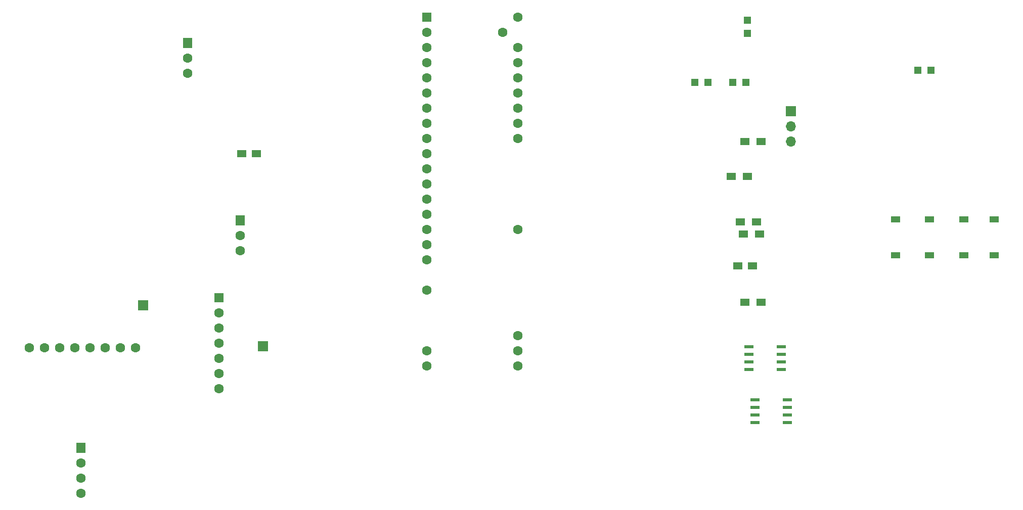
<source format=gbr>
G04 #@! TF.GenerationSoftware,KiCad,Pcbnew,(5.0.0)*
G04 #@! TF.CreationDate,2018-10-04T00:03:41-07:00*
G04 #@! TF.ProjectId,GPSLogger,4750534C6F676765722E6B696361645F,rev?*
G04 #@! TF.SameCoordinates,Original*
G04 #@! TF.FileFunction,Copper,L1,Top,Signal*
G04 #@! TF.FilePolarity,Positive*
%FSLAX46Y46*%
G04 Gerber Fmt 4.6, Leading zero omitted, Abs format (unit mm)*
G04 Created by KiCad (PCBNEW (5.0.0)) date 10/04/18 00:03:41*
%MOMM*%
%LPD*%
G01*
G04 APERTURE LIST*
G04 #@! TA.AperFunction,ComponentPad*
%ADD10R,1.700000X1.700000*%
G04 #@! TD*
G04 #@! TA.AperFunction,ComponentPad*
%ADD11R,1.600000X1.700000*%
G04 #@! TD*
G04 #@! TA.AperFunction,ComponentPad*
%ADD12C,1.600000*%
G04 #@! TD*
G04 #@! TA.AperFunction,SMDPad,CuDef*
%ADD13R,1.500000X1.250000*%
G04 #@! TD*
G04 #@! TA.AperFunction,ComponentPad*
%ADD14O,1.700000X1.700000*%
G04 #@! TD*
G04 #@! TA.AperFunction,SMDPad,CuDef*
%ADD15R,1.500000X1.000000*%
G04 #@! TD*
G04 #@! TA.AperFunction,ComponentPad*
%ADD16R,1.600000X1.600000*%
G04 #@! TD*
G04 #@! TA.AperFunction,SMDPad,CuDef*
%ADD17R,1.200000X1.200000*%
G04 #@! TD*
G04 #@! TA.AperFunction,SMDPad,CuDef*
%ADD18R,1.500000X1.300000*%
G04 #@! TD*
G04 #@! TA.AperFunction,SMDPad,CuDef*
%ADD19R,1.550000X0.600000*%
G04 #@! TD*
G04 APERTURE END LIST*
D10*
G04 #@! TO.P,Batt+1,1*
G04 #@! TO.N,Net-(Batt+1-Pad1)*
X48972000Y-69582000D03*
G04 #@! TD*
G04 #@! TO.P,Batt-1,1*
G04 #@! TO.N,GND*
X69038000Y-76440000D03*
G04 #@! TD*
D11*
G04 #@! TO.P,BattSwitch1,1*
G04 #@! TO.N,N/C*
X65228000Y-55358000D03*
D12*
G04 #@! TO.P,BattSwitch1,2*
G04 #@! TO.N,Net-(Batt+1-Pad1)*
X65228000Y-57898000D03*
G04 #@! TO.P,BattSwitch1,3*
G04 #@! TO.N,Net-(BattSwitch1-Pad3)*
X65228000Y-60438000D03*
G04 #@! TD*
D11*
G04 #@! TO.P,BLE_PWR_Switch1,1*
G04 #@! TO.N,N/C*
X56465000Y-25640000D03*
D12*
G04 #@! TO.P,BLE_PWR_Switch1,2*
G04 #@! TO.N,/BLE_Pwr*
X56465000Y-28180000D03*
G04 #@! TO.P,BLE_PWR_Switch1,3*
G04 #@! TO.N,+BATT*
X56465000Y-30720000D03*
G04 #@! TD*
D13*
G04 #@! TO.P,C1,1*
G04 #@! TO.N,+3V3*
X65502000Y-44182000D03*
G04 #@! TO.P,C1,2*
G04 #@! TO.N,GND*
X68002000Y-44182000D03*
G04 #@! TD*
G04 #@! TO.P,C2,1*
G04 #@! TO.N,+3V3*
X148560000Y-62978000D03*
G04 #@! TO.P,C2,2*
G04 #@! TO.N,GND*
X151060000Y-62978000D03*
G04 #@! TD*
D10*
G04 #@! TO.P,debug_conn1,1*
G04 #@! TO.N,/Debug_Tx_RX1_P1*
X157430000Y-37070000D03*
D14*
G04 #@! TO.P,debug_conn1,2*
G04 #@! TO.N,/Debug_Rx_TX1_P0*
X157430000Y-39610000D03*
G04 #@! TO.P,debug_conn1,3*
G04 #@! TO.N,GND*
X157430000Y-42150000D03*
G04 #@! TD*
D15*
G04 #@! TO.P,Fun_BTN1,2*
G04 #@! TO.N,+3V3*
X186410000Y-55200000D03*
G04 #@! TO.P,Fun_BTN1,1*
G04 #@! TO.N,Fun_Btn_3_P21*
X186410000Y-61200000D03*
G04 #@! TD*
G04 #@! TO.P,Fun_BTN2,2*
G04 #@! TO.N,+3V3*
X191490000Y-55200000D03*
G04 #@! TO.P,Fun_BTN2,1*
G04 #@! TO.N,Fun_Btn_2_P22*
X191490000Y-61200000D03*
G04 #@! TD*
G04 #@! TO.P,Fun_BTN3,2*
G04 #@! TO.N,+3V3*
X180695000Y-55200000D03*
G04 #@! TO.P,Fun_BTN3,1*
G04 #@! TO.N,Fun_Btn_1_P23*
X180695000Y-61200000D03*
G04 #@! TD*
D16*
G04 #@! TO.P,GPS_CONN1,1*
G04 #@! TO.N,GPS_Pwr*
X61672000Y-68312000D03*
D12*
G04 #@! TO.P,GPS_CONN1,2*
G04 #@! TO.N,GND*
X61672000Y-70852000D03*
G04 #@! TO.P,GPS_CONN1,3*
G04 #@! TO.N,N/C*
X61672000Y-73392000D03*
G04 #@! TO.P,GPS_CONN1,4*
X61672000Y-75932000D03*
G04 #@! TO.P,GPS_CONN1,5*
X61672000Y-78472000D03*
G04 #@! TO.P,GPS_CONN1,6*
X61672000Y-81012000D03*
G04 #@! TO.P,GPS_CONN1,7*
X61672000Y-83552000D03*
G04 #@! TD*
D17*
G04 #@! TO.P,LED_D1,2*
G04 #@! TO.N,Net-(LED_D1-Pad2)*
X180882000Y-30212000D03*
G04 #@! TO.P,LED_D1,1*
G04 #@! TO.N,Net-(LED_D1-Pad1)*
X178682000Y-30212000D03*
G04 #@! TD*
G04 #@! TO.P,LED_D2,2*
G04 #@! TO.N,Net-(LED_D2-Pad2)*
X143544000Y-32244000D03*
G04 #@! TO.P,LED_D2,1*
G04 #@! TO.N,Net-(LED_D1-Pad1)*
X141344000Y-32244000D03*
G04 #@! TD*
G04 #@! TO.P,LED_D3,2*
G04 #@! TO.N,Net-(LED_D3-Pad2)*
X149894000Y-32244000D03*
G04 #@! TO.P,LED_D3,1*
G04 #@! TO.N,Net-(LED_D1-Pad1)*
X147694000Y-32244000D03*
G04 #@! TD*
G04 #@! TO.P,LED_D4,2*
G04 #@! TO.N,Net-(LED_D4-Pad2)*
X150191000Y-21873000D03*
G04 #@! TO.P,LED_D4,1*
G04 #@! TO.N,Net-(LED_D1-Pad1)*
X150191000Y-24073000D03*
G04 #@! TD*
D18*
G04 #@! TO.P,R4,1*
G04 #@! TO.N,GND*
X149730000Y-69074000D03*
G04 #@! TO.P,R4,2*
G04 #@! TO.N,N/C*
X152430000Y-69074000D03*
G04 #@! TD*
G04 #@! TO.P,R6,1*
G04 #@! TO.N,Net-(R6-Pad1)*
X148968000Y-55612000D03*
G04 #@! TO.P,R6,2*
G04 #@! TO.N,GPS_Pwr_En_P7*
X151668000Y-55612000D03*
G04 #@! TD*
G04 #@! TO.P,R7,1*
G04 #@! TO.N,Net-(R7-Pad1)*
X147444000Y-47992000D03*
G04 #@! TO.P,R7,2*
G04 #@! TO.N,Batt_Mon_En_P20*
X150144000Y-47992000D03*
G04 #@! TD*
G04 #@! TO.P,R8,1*
G04 #@! TO.N,Net-(R8-Pad1)*
X149476000Y-57644000D03*
G04 #@! TO.P,R8,2*
G04 #@! TO.N,Batt_Mon_P35*
X152176000Y-57644000D03*
G04 #@! TD*
G04 #@! TO.P,R9,1*
G04 #@! TO.N,Batt_Mon_P35*
X149730000Y-42150000D03*
G04 #@! TO.P,R9,2*
G04 #@! TO.N,GND*
X152430000Y-42150000D03*
G04 #@! TD*
D15*
G04 #@! TO.P,STS_LED_EN1,2*
G04 #@! TO.N,+3V3*
X174980000Y-55200000D03*
G04 #@! TO.P,STS_LED_EN1,1*
G04 #@! TO.N,Net-(LED_D1-Pad1)*
X174980000Y-61200000D03*
G04 #@! TD*
D12*
G04 #@! TO.P,U4,1*
G04 #@! TO.N,+3V3*
X47702000Y-76694000D03*
G04 #@! TO.P,U4,2*
G04 #@! TO.N,N/C*
X45162000Y-76694000D03*
G04 #@! TO.P,U4,3*
G04 #@! TO.N,GND*
X42622000Y-76694000D03*
G04 #@! TO.P,U4,4*
G04 #@! TO.N,/I2c_SCL_P19*
X40082000Y-76694000D03*
G04 #@! TO.P,U4,5*
G04 #@! TO.N,/I2c_SDA_P18*
X37542000Y-76694000D03*
G04 #@! TO.P,U4,6*
G04 #@! TO.N,GND*
X35002000Y-76694000D03*
G04 #@! TO.P,U4,7*
G04 #@! TO.N,N/C*
X32462000Y-76694000D03*
G04 #@! TO.P,U4,8*
G04 #@! TO.N,GND*
X29922000Y-76694000D03*
G04 #@! TD*
G04 #@! TO.P,U5,4*
G04 #@! TO.N,/I2c_SDA_P18*
X38558000Y-101078000D03*
D11*
G04 #@! TO.P,U5,1*
G04 #@! TO.N,+3V3*
X38558000Y-93458000D03*
D12*
G04 #@! TO.P,U5,2*
G04 #@! TO.N,GND*
X38558000Y-95998000D03*
G04 #@! TO.P,U5,3*
G04 #@! TO.N,/I2c_SCL_P19*
X38558000Y-98538000D03*
G04 #@! TD*
D19*
G04 #@! TO.P,U6,1*
G04 #@! TO.N,+3V3*
X156828000Y-89267000D03*
G04 #@! TO.P,U6,2*
G04 #@! TO.N,Net-(R6-Pad1)*
X156828000Y-87997000D03*
G04 #@! TO.P,U6,3*
G04 #@! TO.N,+3V3*
X156828000Y-86727000D03*
G04 #@! TO.P,U6,4*
G04 #@! TO.N,Net-(R6-Pad1)*
X156828000Y-85457000D03*
G04 #@! TO.P,U6,5*
G04 #@! TO.N,GPS_Pwr*
X151428000Y-85457000D03*
G04 #@! TO.P,U6,6*
X151428000Y-86727000D03*
G04 #@! TO.P,U6,7*
X151428000Y-87997000D03*
G04 #@! TO.P,U6,8*
X151428000Y-89267000D03*
G04 #@! TD*
G04 #@! TO.P,U7,1*
G04 #@! TO.N,+BATT*
X150412000Y-76567000D03*
G04 #@! TO.P,U7,2*
G04 #@! TO.N,Net-(R7-Pad1)*
X150412000Y-77837000D03*
G04 #@! TO.P,U7,3*
G04 #@! TO.N,+BATT*
X150412000Y-79107000D03*
G04 #@! TO.P,U7,4*
G04 #@! TO.N,Net-(R7-Pad1)*
X150412000Y-80377000D03*
G04 #@! TO.P,U7,5*
G04 #@! TO.N,Net-(R8-Pad1)*
X155812000Y-80377000D03*
G04 #@! TO.P,U7,6*
X155812000Y-79107000D03*
G04 #@! TO.P,U7,7*
X155812000Y-77837000D03*
G04 #@! TO.P,U7,8*
X155812000Y-76567000D03*
G04 #@! TD*
D12*
G04 #@! TO.P,U3,17*
G04 #@! TO.N,/WAKE_UP_PIN*
X96470000Y-61962000D03*
G04 #@! TO.P,U3,19*
G04 #@! TO.N,N/C*
X96470000Y-67042000D03*
G04 #@! TO.P,U3,16*
G04 #@! TO.N,/WAKE_UP_PIN*
X96470000Y-59422000D03*
G04 #@! TO.P,U3,15*
G04 #@! TO.N,+3V3*
X96470000Y-56882000D03*
G04 #@! TO.P,U3,14*
G04 #@! TO.N,N/C*
X96470000Y-54342000D03*
G04 #@! TO.P,U3,23*
G04 #@! TO.N,/BLE_Tx_RX4_P31*
X96470000Y-77202000D03*
G04 #@! TO.P,U3,24*
G04 #@! TO.N,N/C*
X96470000Y-79742000D03*
G04 #@! TO.P,U3,30*
X111710000Y-79742000D03*
G04 #@! TO.P,U3,31*
X111710000Y-77202000D03*
G04 #@! TO.P,U3,32*
G04 #@! TO.N,Batt_Mon_P35*
X111710000Y-74662000D03*
G04 #@! TO.P,U3,13*
G04 #@! TO.N,N/C*
X96470000Y-51802000D03*
G04 #@! TO.P,U3,12*
X96470000Y-49262000D03*
G04 #@! TO.P,U3,11*
X96470000Y-46722000D03*
G04 #@! TO.P,U3,10*
X96470000Y-44182000D03*
G04 #@! TO.P,U3,9*
G04 #@! TO.N,GPS_Pwr_En_P7*
X96470000Y-41642000D03*
G04 #@! TO.P,U3,8*
G04 #@! TO.N,N/C*
X96470000Y-39102000D03*
G04 #@! TO.P,U3,7*
G04 #@! TO.N,LED4_P5*
X96470000Y-36562000D03*
G04 #@! TO.P,U3,6*
G04 #@! TO.N,LED3_P4*
X96470000Y-34022000D03*
G04 #@! TO.P,U3,5*
G04 #@! TO.N,LED2_P3*
X96470000Y-31482000D03*
G04 #@! TO.P,U3,4*
G04 #@! TO.N,LED1_P2*
X96470000Y-28942000D03*
G04 #@! TO.P,U3,3*
G04 #@! TO.N,/Debug_Tx_RX1_P1*
X96470000Y-26402000D03*
G04 #@! TO.P,U3,2*
G04 #@! TO.N,/Debug_Rx_TX1_P0*
X96470000Y-23862000D03*
D16*
G04 #@! TO.P,U3,1*
G04 #@! TO.N,GND*
X96470000Y-21322000D03*
D12*
G04 #@! TO.P,U3,39*
X111710000Y-56882000D03*
G04 #@! TO.P,U3,45*
G04 #@! TO.N,/I2c_SDA_P18*
X111710000Y-41642000D03*
G04 #@! TO.P,U3,46*
G04 #@! TO.N,/I2c_SCL_P19*
X111710000Y-39102000D03*
G04 #@! TO.P,U3,47*
G04 #@! TO.N,Batt_Mon_En_P20*
X111710000Y-36562000D03*
G04 #@! TO.P,U3,48*
G04 #@! TO.N,Fun_Btn_3_P21*
X111710000Y-34022000D03*
G04 #@! TO.P,U3,49*
G04 #@! TO.N,Fun_Btn_2_P22*
X111710000Y-31482000D03*
G04 #@! TO.P,U3,50*
G04 #@! TO.N,Fun_Btn_1_P23*
X111710000Y-28942000D03*
G04 #@! TO.P,U3,51*
G04 #@! TO.N,+3V3*
X111710000Y-26402000D03*
G04 #@! TO.P,U3,53*
G04 #@! TO.N,+BATT*
X111710000Y-21322000D03*
G04 #@! TO.P,U3,54*
G04 #@! TO.N,/USBPower+*
X109170000Y-23862000D03*
G04 #@! TD*
M02*

</source>
